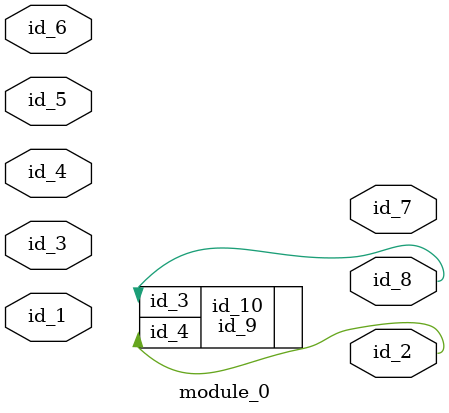
<source format=v>
`timescale 1 ps / 1 ps
module module_0 (
    id_1,
    id_2,
    id_3,
    id_4,
    id_5,
    id_6,
    id_7,
    id_8
);
  output id_8;
  output id_7;
  input id_6;
  input id_5;
  input id_4;
  input id_3;
  output id_2;
  input id_1;
  id_9 id_10 (
      .id_3(id_8),
      .id_4(id_5),
      .id_4(id_2)
  );
endmodule

</source>
